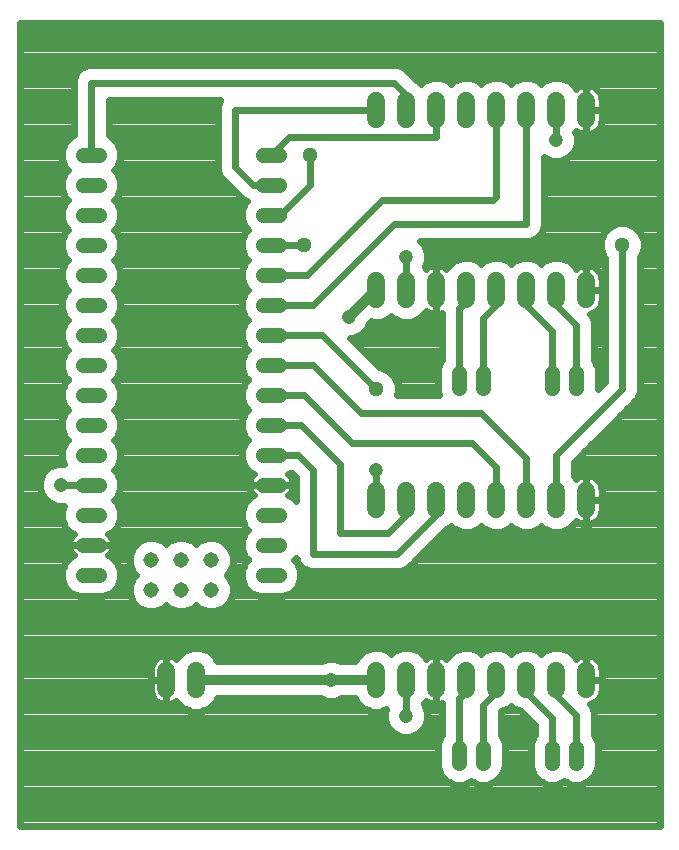
<source format=gbl>
G75*
%MOIN*%
%OFA0B0*%
%FSLAX25Y25*%
%IPPOS*%
%LPD*%
%AMOC8*
5,1,8,0,0,1.08239X$1,22.5*
%
%ADD10C,0.05150*%
%ADD11C,0.05150*%
%ADD12C,0.06000*%
%ADD13C,0.02400*%
%ADD14C,0.04750*%
%ADD15C,0.05100*%
%ADD16C,0.03200*%
D10*
X0040625Y0103200D02*
X0045775Y0103200D01*
X0045775Y0113200D02*
X0040625Y0113200D01*
X0040625Y0123200D02*
X0045775Y0123200D01*
X0045775Y0133200D02*
X0040625Y0133200D01*
X0040625Y0143200D02*
X0045775Y0143200D01*
X0045775Y0153200D02*
X0040625Y0153200D01*
X0040625Y0163200D02*
X0045775Y0163200D01*
X0045775Y0173200D02*
X0040625Y0173200D01*
X0040625Y0183200D02*
X0045775Y0183200D01*
X0045775Y0193200D02*
X0040625Y0193200D01*
X0040625Y0203200D02*
X0045775Y0203200D01*
X0045775Y0213200D02*
X0040625Y0213200D01*
X0040625Y0223200D02*
X0045775Y0223200D01*
X0045775Y0233200D02*
X0040625Y0233200D01*
X0040625Y0243200D02*
X0045775Y0243200D01*
X0100625Y0243200D02*
X0105775Y0243200D01*
X0105775Y0233200D02*
X0100625Y0233200D01*
X0100625Y0223200D02*
X0105775Y0223200D01*
X0105775Y0213200D02*
X0100625Y0213200D01*
X0100625Y0203200D02*
X0105775Y0203200D01*
X0105775Y0193200D02*
X0100625Y0193200D01*
X0100625Y0183200D02*
X0105775Y0183200D01*
X0105775Y0173200D02*
X0100625Y0173200D01*
X0100625Y0163200D02*
X0105775Y0163200D01*
X0105775Y0153200D02*
X0100625Y0153200D01*
X0100625Y0143200D02*
X0105775Y0143200D01*
X0105775Y0133200D02*
X0100625Y0133200D01*
X0100625Y0123200D02*
X0105775Y0123200D01*
X0105775Y0113200D02*
X0100625Y0113200D01*
X0100625Y0103200D02*
X0105775Y0103200D01*
X0165968Y0045588D02*
X0165968Y0040438D01*
X0173842Y0040438D02*
X0173842Y0045588D01*
X0196968Y0045588D02*
X0196968Y0040438D01*
X0204842Y0040438D02*
X0204842Y0045588D01*
X0204842Y0165438D02*
X0204842Y0170588D01*
X0196968Y0170588D02*
X0196968Y0165438D01*
X0173842Y0165438D02*
X0173842Y0170588D01*
X0165968Y0170588D02*
X0165968Y0165438D01*
D11*
X0083200Y0108200D03*
X0073200Y0108200D03*
X0073200Y0098200D03*
X0083200Y0098200D03*
X0063200Y0098200D03*
X0063200Y0108200D03*
D12*
X0068200Y0071200D02*
X0068200Y0065200D01*
X0078200Y0065200D02*
X0078200Y0071200D01*
X0138200Y0071200D02*
X0138200Y0065200D01*
X0148200Y0065200D02*
X0148200Y0071200D01*
X0158200Y0071200D02*
X0158200Y0065200D01*
X0168200Y0065200D02*
X0168200Y0071200D01*
X0178200Y0071200D02*
X0178200Y0065200D01*
X0188200Y0065200D02*
X0188200Y0071200D01*
X0198200Y0071200D02*
X0198200Y0065200D01*
X0208200Y0065200D02*
X0208200Y0071200D01*
X0208200Y0125200D02*
X0208200Y0131200D01*
X0198200Y0131200D02*
X0198200Y0125200D01*
X0188200Y0125200D02*
X0188200Y0131200D01*
X0178200Y0131200D02*
X0178200Y0125200D01*
X0168200Y0125200D02*
X0168200Y0131200D01*
X0158200Y0131200D02*
X0158200Y0125200D01*
X0148200Y0125200D02*
X0148200Y0131200D01*
X0138200Y0131200D02*
X0138200Y0125200D01*
X0138200Y0195200D02*
X0138200Y0201200D01*
X0148200Y0201200D02*
X0148200Y0195200D01*
X0158200Y0195200D02*
X0158200Y0201200D01*
X0168200Y0201200D02*
X0168200Y0195200D01*
X0178200Y0195200D02*
X0178200Y0201200D01*
X0188200Y0201200D02*
X0188200Y0195200D01*
X0198200Y0195200D02*
X0198200Y0201200D01*
X0208200Y0201200D02*
X0208200Y0195200D01*
X0208200Y0255200D02*
X0208200Y0261200D01*
X0198200Y0261200D02*
X0198200Y0255200D01*
X0188200Y0255200D02*
X0188200Y0261200D01*
X0178200Y0261200D02*
X0178200Y0255200D01*
X0168200Y0255200D02*
X0168200Y0261200D01*
X0158200Y0261200D02*
X0158200Y0255200D01*
X0148200Y0255200D02*
X0148200Y0261200D01*
X0138200Y0261200D02*
X0138200Y0255200D01*
D13*
X0019400Y0286961D02*
X0019400Y0019400D01*
X0232701Y0019400D01*
X0232701Y0286961D01*
X0019400Y0286961D01*
X0019400Y0285818D02*
X0232701Y0285818D01*
X0232701Y0283420D02*
X0019400Y0283420D01*
X0019400Y0281021D02*
X0232701Y0281021D01*
X0232701Y0278623D02*
X0019400Y0278623D01*
X0019400Y0276224D02*
X0232701Y0276224D01*
X0232701Y0273826D02*
X0019400Y0273826D01*
X0019400Y0271427D02*
X0039225Y0271427D01*
X0039915Y0272117D02*
X0038283Y0270485D01*
X0037400Y0268354D01*
X0037400Y0249630D01*
X0036561Y0249282D01*
X0034543Y0247264D01*
X0033450Y0244627D01*
X0033450Y0241773D01*
X0034543Y0239136D01*
X0035478Y0238200D01*
X0034543Y0237264D01*
X0033450Y0234627D01*
X0033450Y0231773D01*
X0034543Y0229136D01*
X0035478Y0228200D01*
X0034543Y0227264D01*
X0033450Y0224627D01*
X0033450Y0221773D01*
X0034543Y0219136D01*
X0035478Y0218200D01*
X0034543Y0217264D01*
X0033450Y0214627D01*
X0033450Y0211773D01*
X0034543Y0209136D01*
X0035478Y0208200D01*
X0034543Y0207264D01*
X0033450Y0204627D01*
X0033450Y0201773D01*
X0034543Y0199136D01*
X0035478Y0198200D01*
X0034543Y0197264D01*
X0033450Y0194627D01*
X0033450Y0191773D01*
X0034543Y0189136D01*
X0035478Y0188200D01*
X0034543Y0187264D01*
X0033450Y0184627D01*
X0033450Y0181773D01*
X0034543Y0179136D01*
X0035478Y0178200D01*
X0034543Y0177264D01*
X0033450Y0174627D01*
X0033450Y0171773D01*
X0034543Y0169136D01*
X0035478Y0168200D01*
X0034543Y0167264D01*
X0033450Y0164627D01*
X0033450Y0161773D01*
X0034543Y0159136D01*
X0035478Y0158200D01*
X0034543Y0157264D01*
X0033450Y0154627D01*
X0033450Y0151773D01*
X0034543Y0149136D01*
X0035478Y0148200D01*
X0034543Y0147264D01*
X0033450Y0144627D01*
X0033450Y0141773D01*
X0034112Y0140175D01*
X0031813Y0140175D01*
X0029249Y0139113D01*
X0027287Y0137151D01*
X0026225Y0134587D01*
X0026225Y0131813D01*
X0027287Y0129249D01*
X0029249Y0127287D01*
X0031813Y0126225D01*
X0034112Y0126225D01*
X0033450Y0124627D01*
X0033450Y0121773D01*
X0034543Y0119136D01*
X0036561Y0117117D01*
X0037430Y0116757D01*
X0036983Y0116311D01*
X0036541Y0115703D01*
X0036200Y0115033D01*
X0035968Y0114318D01*
X0035850Y0113576D01*
X0035850Y0113200D01*
X0043200Y0113200D01*
X0050550Y0113200D01*
X0050550Y0113576D01*
X0050432Y0114318D01*
X0050200Y0115033D01*
X0049859Y0115703D01*
X0049417Y0116311D01*
X0048970Y0116757D01*
X0049839Y0117117D01*
X0051857Y0119136D01*
X0052950Y0121773D01*
X0052950Y0124627D01*
X0051857Y0127264D01*
X0050921Y0128200D01*
X0051857Y0129136D01*
X0052950Y0131773D01*
X0052950Y0134627D01*
X0051857Y0137264D01*
X0050921Y0138200D01*
X0051857Y0139136D01*
X0052950Y0141773D01*
X0052950Y0144627D01*
X0051857Y0147264D01*
X0050921Y0148200D01*
X0051857Y0149136D01*
X0052950Y0151773D01*
X0052950Y0154627D01*
X0051857Y0157264D01*
X0050921Y0158200D01*
X0051857Y0159136D01*
X0052950Y0161773D01*
X0052950Y0164627D01*
X0051857Y0167264D01*
X0050921Y0168200D01*
X0051857Y0169136D01*
X0052950Y0171773D01*
X0052950Y0174627D01*
X0051857Y0177264D01*
X0050921Y0178200D01*
X0051857Y0179136D01*
X0052950Y0181773D01*
X0052950Y0184627D01*
X0051857Y0187264D01*
X0050921Y0188200D01*
X0051857Y0189136D01*
X0052950Y0191773D01*
X0052950Y0194627D01*
X0051857Y0197264D01*
X0050921Y0198200D01*
X0051857Y0199136D01*
X0052950Y0201773D01*
X0052950Y0204627D01*
X0051857Y0207264D01*
X0050921Y0208200D01*
X0051857Y0209136D01*
X0052950Y0211773D01*
X0052950Y0214627D01*
X0051857Y0217264D01*
X0050921Y0218200D01*
X0051857Y0219136D01*
X0052950Y0221773D01*
X0052950Y0224627D01*
X0051857Y0227264D01*
X0050921Y0228200D01*
X0051857Y0229136D01*
X0052950Y0231773D01*
X0052950Y0234627D01*
X0051857Y0237264D01*
X0050921Y0238200D01*
X0051857Y0239136D01*
X0052950Y0241773D01*
X0052950Y0244627D01*
X0051857Y0247264D01*
X0049839Y0249282D01*
X0049000Y0249630D01*
X0049000Y0261400D01*
X0086248Y0261400D01*
X0085400Y0259354D01*
X0085400Y0238046D01*
X0086283Y0235915D01*
X0087915Y0234283D01*
X0093915Y0228283D01*
X0095079Y0227801D01*
X0094543Y0227264D01*
X0093450Y0224627D01*
X0093450Y0221773D01*
X0094543Y0219136D01*
X0095478Y0218200D01*
X0094543Y0217264D01*
X0093450Y0214627D01*
X0093450Y0211773D01*
X0094543Y0209136D01*
X0095478Y0208200D01*
X0094543Y0207264D01*
X0093450Y0204627D01*
X0093450Y0201773D01*
X0094543Y0199136D01*
X0095478Y0198200D01*
X0094543Y0197264D01*
X0093450Y0194627D01*
X0093450Y0191773D01*
X0094543Y0189136D01*
X0095478Y0188200D01*
X0094543Y0187264D01*
X0093450Y0184627D01*
X0093450Y0181773D01*
X0094543Y0179136D01*
X0095478Y0178200D01*
X0094543Y0177264D01*
X0093450Y0174627D01*
X0093450Y0171773D01*
X0094543Y0169136D01*
X0095478Y0168200D01*
X0094543Y0167264D01*
X0093450Y0164627D01*
X0093450Y0161773D01*
X0094543Y0159136D01*
X0095478Y0158200D01*
X0094543Y0157264D01*
X0093450Y0154627D01*
X0093450Y0151773D01*
X0094543Y0149136D01*
X0095478Y0148200D01*
X0094543Y0147264D01*
X0093450Y0144627D01*
X0093450Y0141773D01*
X0094543Y0139136D01*
X0096561Y0137117D01*
X0097430Y0136757D01*
X0096983Y0136311D01*
X0096541Y0135703D01*
X0096200Y0135033D01*
X0095968Y0134318D01*
X0095850Y0133576D01*
X0095850Y0133200D01*
X0103200Y0133200D01*
X0110550Y0133200D01*
X0110550Y0133576D01*
X0110432Y0134318D01*
X0110200Y0135033D01*
X0109859Y0135703D01*
X0109417Y0136311D01*
X0108970Y0136757D01*
X0109839Y0137117D01*
X0109960Y0137238D01*
X0111400Y0135798D01*
X0111400Y0127721D01*
X0109839Y0129282D01*
X0108970Y0129642D01*
X0109417Y0130089D01*
X0109859Y0130697D01*
X0110200Y0131367D01*
X0110432Y0132082D01*
X0110550Y0132824D01*
X0110550Y0133200D01*
X0103200Y0133200D01*
X0103200Y0133200D01*
X0103200Y0133200D01*
X0095850Y0133200D01*
X0095850Y0132824D01*
X0095968Y0132082D01*
X0096200Y0131367D01*
X0096541Y0130697D01*
X0096983Y0130089D01*
X0097430Y0129642D01*
X0096561Y0129282D01*
X0094543Y0127264D01*
X0093450Y0124627D01*
X0093450Y0121773D01*
X0094543Y0119136D01*
X0095478Y0118200D01*
X0094543Y0117264D01*
X0093450Y0114627D01*
X0093450Y0111773D01*
X0094543Y0109136D01*
X0095478Y0108200D01*
X0094543Y0107264D01*
X0093450Y0104627D01*
X0093450Y0101773D01*
X0094543Y0099136D01*
X0096561Y0097117D01*
X0099198Y0096025D01*
X0107202Y0096025D01*
X0109839Y0097117D01*
X0111857Y0099136D01*
X0112950Y0101773D01*
X0112950Y0104627D01*
X0111857Y0107264D01*
X0110921Y0108200D01*
X0111508Y0108786D01*
X0112283Y0106915D01*
X0113915Y0105283D01*
X0116046Y0104400D01*
X0146354Y0104400D01*
X0148485Y0105283D01*
X0150117Y0106915D01*
X0161574Y0118371D01*
X0162505Y0118757D01*
X0163200Y0119452D01*
X0163895Y0118757D01*
X0166688Y0117600D01*
X0169712Y0117600D01*
X0172505Y0118757D01*
X0173200Y0119452D01*
X0173895Y0118757D01*
X0176688Y0117600D01*
X0179712Y0117600D01*
X0182505Y0118757D01*
X0183200Y0119452D01*
X0183895Y0118757D01*
X0186688Y0117600D01*
X0189712Y0117600D01*
X0192505Y0118757D01*
X0193200Y0119452D01*
X0193895Y0118757D01*
X0196688Y0117600D01*
X0199712Y0117600D01*
X0202505Y0118757D01*
X0204643Y0120895D01*
X0204792Y0121254D01*
X0204812Y0121234D01*
X0205475Y0120753D01*
X0206204Y0120381D01*
X0206982Y0120128D01*
X0207791Y0120000D01*
X0208200Y0120000D01*
X0208609Y0120000D01*
X0209418Y0120128D01*
X0210196Y0120381D01*
X0210925Y0120753D01*
X0211588Y0121234D01*
X0212166Y0121812D01*
X0212647Y0122475D01*
X0213019Y0123204D01*
X0213272Y0123982D01*
X0213400Y0124791D01*
X0213400Y0128200D01*
X0213400Y0131609D01*
X0213272Y0132418D01*
X0213019Y0133196D01*
X0212647Y0133925D01*
X0212166Y0134588D01*
X0211588Y0135166D01*
X0210925Y0135647D01*
X0210196Y0136019D01*
X0209418Y0136272D01*
X0208609Y0136400D01*
X0208200Y0136400D01*
X0208200Y0128200D01*
X0208200Y0128200D01*
X0213400Y0128200D01*
X0208200Y0128200D01*
X0208200Y0128200D01*
X0208200Y0136400D01*
X0207791Y0136400D01*
X0206982Y0136272D01*
X0206204Y0136019D01*
X0205475Y0135647D01*
X0204812Y0135166D01*
X0204792Y0135146D01*
X0204643Y0135505D01*
X0204000Y0136148D01*
X0204000Y0140798D01*
X0225117Y0161915D01*
X0226000Y0164046D01*
X0226000Y0166354D01*
X0226000Y0208888D01*
X0226261Y0209150D01*
X0227350Y0211778D01*
X0227350Y0214622D01*
X0226261Y0217250D01*
X0224250Y0219261D01*
X0221622Y0220350D01*
X0218778Y0220350D01*
X0216150Y0219261D01*
X0214139Y0217250D01*
X0213050Y0214622D01*
X0213050Y0211778D01*
X0214139Y0209150D01*
X0214400Y0208888D01*
X0214400Y0167602D01*
X0212017Y0165219D01*
X0212017Y0172015D01*
X0210924Y0174652D01*
X0210642Y0174934D01*
X0210642Y0187712D01*
X0209759Y0189844D01*
X0209460Y0190142D01*
X0210196Y0190381D01*
X0210925Y0190753D01*
X0211588Y0191234D01*
X0212166Y0191812D01*
X0212647Y0192475D01*
X0213019Y0193204D01*
X0213272Y0193982D01*
X0213400Y0194791D01*
X0213400Y0198200D01*
X0213400Y0201609D01*
X0213272Y0202418D01*
X0213019Y0203196D01*
X0212647Y0203925D01*
X0212166Y0204588D01*
X0211588Y0205166D01*
X0210925Y0205647D01*
X0210196Y0206019D01*
X0209418Y0206272D01*
X0208609Y0206400D01*
X0208200Y0206400D01*
X0208200Y0198200D01*
X0208200Y0198200D01*
X0213400Y0198200D01*
X0208200Y0198200D01*
X0208200Y0198200D01*
X0208200Y0206400D01*
X0207791Y0206400D01*
X0206982Y0206272D01*
X0206204Y0206019D01*
X0205475Y0205647D01*
X0204812Y0205166D01*
X0204792Y0205146D01*
X0204643Y0205505D01*
X0202505Y0207643D01*
X0199712Y0208800D01*
X0196688Y0208800D01*
X0193895Y0207643D01*
X0193200Y0206948D01*
X0192505Y0207643D01*
X0189712Y0208800D01*
X0186688Y0208800D01*
X0183895Y0207643D01*
X0183200Y0206948D01*
X0182505Y0207643D01*
X0179712Y0208800D01*
X0176688Y0208800D01*
X0173895Y0207643D01*
X0173200Y0206948D01*
X0172505Y0207643D01*
X0169712Y0208800D01*
X0166688Y0208800D01*
X0163895Y0207643D01*
X0161757Y0205505D01*
X0161608Y0205146D01*
X0161588Y0205166D01*
X0160925Y0205647D01*
X0160196Y0206019D01*
X0159418Y0206272D01*
X0158609Y0206400D01*
X0158200Y0206400D01*
X0158200Y0198200D01*
X0158200Y0198200D01*
X0158200Y0206400D01*
X0157791Y0206400D01*
X0156982Y0206272D01*
X0156204Y0206019D01*
X0155475Y0205647D01*
X0154812Y0205166D01*
X0154792Y0205146D01*
X0154643Y0205505D01*
X0154343Y0205805D01*
X0155175Y0207813D01*
X0155175Y0210587D01*
X0154113Y0213151D01*
X0152864Y0214400D01*
X0189354Y0214400D01*
X0191485Y0215283D01*
X0193117Y0216915D01*
X0194000Y0219046D01*
X0194000Y0242536D01*
X0194249Y0242287D01*
X0196813Y0241225D01*
X0199587Y0241225D01*
X0202151Y0242287D01*
X0204113Y0244249D01*
X0205175Y0246813D01*
X0205175Y0249587D01*
X0204636Y0250888D01*
X0204643Y0250895D01*
X0204792Y0251254D01*
X0204812Y0251234D01*
X0205475Y0250753D01*
X0206204Y0250381D01*
X0206982Y0250128D01*
X0207791Y0250000D01*
X0208200Y0250000D01*
X0208609Y0250000D01*
X0209418Y0250128D01*
X0210196Y0250381D01*
X0210925Y0250753D01*
X0211588Y0251234D01*
X0212166Y0251812D01*
X0212647Y0252475D01*
X0213019Y0253204D01*
X0213272Y0253982D01*
X0213400Y0254791D01*
X0213400Y0258200D01*
X0213400Y0261609D01*
X0213272Y0262418D01*
X0213019Y0263196D01*
X0212647Y0263925D01*
X0212166Y0264588D01*
X0211588Y0265166D01*
X0210925Y0265647D01*
X0210196Y0266019D01*
X0209418Y0266272D01*
X0208609Y0266400D01*
X0208200Y0266400D01*
X0208200Y0258200D01*
X0208200Y0258200D01*
X0213400Y0258200D01*
X0208200Y0258200D01*
X0208200Y0258200D01*
X0208200Y0266400D01*
X0207791Y0266400D01*
X0206982Y0266272D01*
X0206204Y0266019D01*
X0205475Y0265647D01*
X0204812Y0265166D01*
X0204792Y0265146D01*
X0204643Y0265505D01*
X0202505Y0267643D01*
X0199712Y0268800D01*
X0196688Y0268800D01*
X0193895Y0267643D01*
X0193200Y0266948D01*
X0192505Y0267643D01*
X0189712Y0268800D01*
X0186688Y0268800D01*
X0183895Y0267643D01*
X0183200Y0266948D01*
X0182505Y0267643D01*
X0179712Y0268800D01*
X0176688Y0268800D01*
X0173895Y0267643D01*
X0173200Y0266948D01*
X0172505Y0267643D01*
X0169712Y0268800D01*
X0166688Y0268800D01*
X0163895Y0267643D01*
X0163200Y0266948D01*
X0162505Y0267643D01*
X0159712Y0268800D01*
X0156688Y0268800D01*
X0153895Y0267643D01*
X0153200Y0266948D01*
X0152505Y0267643D01*
X0151574Y0268029D01*
X0151485Y0268117D01*
X0149117Y0270485D01*
X0147485Y0272117D01*
X0145354Y0273000D01*
X0042046Y0273000D01*
X0039915Y0272117D01*
X0037680Y0269029D02*
X0019400Y0269029D01*
X0019400Y0266630D02*
X0037400Y0266630D01*
X0037400Y0264232D02*
X0019400Y0264232D01*
X0019400Y0261833D02*
X0037400Y0261833D01*
X0037400Y0259435D02*
X0019400Y0259435D01*
X0019400Y0257036D02*
X0037400Y0257036D01*
X0037400Y0254638D02*
X0019400Y0254638D01*
X0019400Y0252239D02*
X0037400Y0252239D01*
X0037400Y0249841D02*
X0019400Y0249841D01*
X0019400Y0247442D02*
X0034721Y0247442D01*
X0033623Y0245044D02*
X0019400Y0245044D01*
X0019400Y0242645D02*
X0033450Y0242645D01*
X0034083Y0240247D02*
X0019400Y0240247D01*
X0019400Y0237848D02*
X0035127Y0237848D01*
X0033791Y0235450D02*
X0019400Y0235450D01*
X0019400Y0233051D02*
X0033450Y0233051D01*
X0033914Y0230653D02*
X0019400Y0230653D01*
X0019400Y0228254D02*
X0035424Y0228254D01*
X0033959Y0225856D02*
X0019400Y0225856D01*
X0019400Y0223457D02*
X0033450Y0223457D01*
X0033746Y0221059D02*
X0019400Y0221059D01*
X0019400Y0218660D02*
X0035018Y0218660D01*
X0034127Y0216262D02*
X0019400Y0216262D01*
X0019400Y0213863D02*
X0033450Y0213863D01*
X0033578Y0211465D02*
X0019400Y0211465D01*
X0019400Y0209066D02*
X0034612Y0209066D01*
X0034296Y0206668D02*
X0019400Y0206668D01*
X0019400Y0204269D02*
X0033450Y0204269D01*
X0033450Y0201870D02*
X0019400Y0201870D01*
X0019400Y0199472D02*
X0034403Y0199472D01*
X0034464Y0197073D02*
X0019400Y0197073D01*
X0019400Y0194675D02*
X0033470Y0194675D01*
X0033450Y0192276D02*
X0019400Y0192276D01*
X0019400Y0189878D02*
X0034235Y0189878D01*
X0034758Y0187479D02*
X0019400Y0187479D01*
X0019400Y0185081D02*
X0033638Y0185081D01*
X0033450Y0182682D02*
X0019400Y0182682D01*
X0019400Y0180284D02*
X0034067Y0180284D01*
X0035164Y0177885D02*
X0019400Y0177885D01*
X0019400Y0175487D02*
X0033806Y0175487D01*
X0033450Y0173088D02*
X0019400Y0173088D01*
X0019400Y0170690D02*
X0033899Y0170690D01*
X0035387Y0168291D02*
X0019400Y0168291D01*
X0019400Y0165893D02*
X0033975Y0165893D01*
X0033450Y0163494D02*
X0019400Y0163494D01*
X0019400Y0161096D02*
X0033731Y0161096D01*
X0034981Y0158697D02*
X0019400Y0158697D01*
X0019400Y0156299D02*
X0034143Y0156299D01*
X0033450Y0153900D02*
X0019400Y0153900D01*
X0019400Y0151502D02*
X0033563Y0151502D01*
X0034575Y0149103D02*
X0019400Y0149103D01*
X0019400Y0146705D02*
X0034311Y0146705D01*
X0033450Y0144306D02*
X0019400Y0144306D01*
X0019400Y0141908D02*
X0033450Y0141908D01*
X0030206Y0139509D02*
X0019400Y0139509D01*
X0019400Y0137111D02*
X0027270Y0137111D01*
X0026277Y0134712D02*
X0019400Y0134712D01*
X0019400Y0132314D02*
X0026225Y0132314D01*
X0027011Y0129915D02*
X0019400Y0129915D01*
X0019400Y0127517D02*
X0029020Y0127517D01*
X0033654Y0125118D02*
X0019400Y0125118D01*
X0019400Y0122720D02*
X0033450Y0122720D01*
X0034052Y0120321D02*
X0019400Y0120321D01*
X0019400Y0117923D02*
X0035756Y0117923D01*
X0036450Y0115524D02*
X0019400Y0115524D01*
X0019400Y0113126D02*
X0035850Y0113126D01*
X0035850Y0113200D02*
X0035850Y0112824D01*
X0035968Y0112082D01*
X0036200Y0111367D01*
X0036541Y0110697D01*
X0036983Y0110089D01*
X0037430Y0109642D01*
X0036561Y0109282D01*
X0034543Y0107264D01*
X0033450Y0104627D01*
X0033450Y0101773D01*
X0034543Y0099136D01*
X0036561Y0097117D01*
X0039198Y0096025D01*
X0047202Y0096025D01*
X0049839Y0097117D01*
X0051857Y0099136D01*
X0052950Y0101773D01*
X0052950Y0104627D01*
X0051857Y0107264D01*
X0049839Y0109282D01*
X0048970Y0109642D01*
X0049417Y0110089D01*
X0049859Y0110697D01*
X0050200Y0111367D01*
X0050432Y0112082D01*
X0050550Y0112824D01*
X0050550Y0113200D01*
X0043200Y0113200D01*
X0043200Y0113200D01*
X0043200Y0113200D01*
X0035850Y0113200D01*
X0036526Y0110727D02*
X0019400Y0110727D01*
X0019400Y0108329D02*
X0035607Y0108329D01*
X0033990Y0105930D02*
X0019400Y0105930D01*
X0019400Y0103532D02*
X0033450Y0103532D01*
X0033715Y0101133D02*
X0019400Y0101133D01*
X0019400Y0098734D02*
X0034944Y0098734D01*
X0038448Y0096336D02*
X0019400Y0096336D01*
X0019400Y0093937D02*
X0057316Y0093937D01*
X0057117Y0094136D02*
X0059136Y0092117D01*
X0061773Y0091025D01*
X0064627Y0091025D01*
X0067264Y0092117D01*
X0068200Y0093053D01*
X0069136Y0092117D01*
X0071773Y0091025D01*
X0074627Y0091025D01*
X0077264Y0092117D01*
X0078200Y0093053D01*
X0079136Y0092117D01*
X0081773Y0091025D01*
X0084627Y0091025D01*
X0087264Y0092117D01*
X0089282Y0094136D01*
X0090375Y0096773D01*
X0090375Y0099627D01*
X0089282Y0102264D01*
X0088347Y0103200D01*
X0089282Y0104136D01*
X0090375Y0106773D01*
X0090375Y0109627D01*
X0089282Y0112264D01*
X0087264Y0114282D01*
X0084627Y0115375D01*
X0081773Y0115375D01*
X0079136Y0114282D01*
X0078200Y0113347D01*
X0077264Y0114282D01*
X0074627Y0115375D01*
X0071773Y0115375D01*
X0069136Y0114282D01*
X0068200Y0113347D01*
X0067264Y0114282D01*
X0064627Y0115375D01*
X0061773Y0115375D01*
X0059136Y0114282D01*
X0057117Y0112264D01*
X0056025Y0109627D01*
X0056025Y0106773D01*
X0057117Y0104136D01*
X0058053Y0103200D01*
X0057117Y0102264D01*
X0056025Y0099627D01*
X0056025Y0096773D01*
X0057117Y0094136D01*
X0056206Y0096336D02*
X0047952Y0096336D01*
X0051456Y0098734D02*
X0056025Y0098734D01*
X0056649Y0101133D02*
X0052685Y0101133D01*
X0052950Y0103532D02*
X0057722Y0103532D01*
X0056374Y0105930D02*
X0052410Y0105930D01*
X0050793Y0108329D02*
X0056025Y0108329D01*
X0056481Y0110727D02*
X0049874Y0110727D01*
X0050550Y0113126D02*
X0057979Y0113126D01*
X0049950Y0115524D02*
X0093822Y0115524D01*
X0093450Y0113126D02*
X0088421Y0113126D01*
X0089919Y0110727D02*
X0093884Y0110727D01*
X0095350Y0108329D02*
X0090375Y0108329D01*
X0090026Y0105930D02*
X0093990Y0105930D01*
X0093450Y0103532D02*
X0088678Y0103532D01*
X0089751Y0101133D02*
X0093715Y0101133D01*
X0094944Y0098734D02*
X0090375Y0098734D01*
X0090194Y0096336D02*
X0098448Y0096336D01*
X0089084Y0093937D02*
X0232701Y0093937D01*
X0232701Y0091539D02*
X0085867Y0091539D01*
X0080532Y0091539D02*
X0075867Y0091539D01*
X0070532Y0091539D02*
X0065867Y0091539D01*
X0060532Y0091539D02*
X0019400Y0091539D01*
X0019400Y0089140D02*
X0232701Y0089140D01*
X0232701Y0086742D02*
X0019400Y0086742D01*
X0019400Y0084343D02*
X0232701Y0084343D01*
X0232701Y0081945D02*
X0019400Y0081945D01*
X0019400Y0079546D02*
X0232701Y0079546D01*
X0232701Y0077148D02*
X0203000Y0077148D01*
X0202505Y0077643D02*
X0199712Y0078800D01*
X0196688Y0078800D01*
X0193895Y0077643D01*
X0193200Y0076948D01*
X0192505Y0077643D01*
X0189712Y0078800D01*
X0186688Y0078800D01*
X0183895Y0077643D01*
X0183200Y0076948D01*
X0182505Y0077643D01*
X0179712Y0078800D01*
X0176688Y0078800D01*
X0173895Y0077643D01*
X0173200Y0076948D01*
X0172505Y0077643D01*
X0169712Y0078800D01*
X0166688Y0078800D01*
X0163895Y0077643D01*
X0161757Y0075505D01*
X0161608Y0075146D01*
X0161588Y0075166D01*
X0160925Y0075647D01*
X0160196Y0076019D01*
X0159418Y0076272D01*
X0158609Y0076400D01*
X0158200Y0076400D01*
X0158200Y0068200D01*
X0158200Y0068200D01*
X0158200Y0060000D01*
X0158609Y0060000D01*
X0159418Y0060128D01*
X0160168Y0060372D01*
X0160168Y0049934D01*
X0159885Y0049652D01*
X0158793Y0047015D01*
X0158793Y0039011D01*
X0159885Y0036374D01*
X0161904Y0034356D01*
X0164541Y0033263D01*
X0167395Y0033263D01*
X0169905Y0034303D01*
X0172415Y0033263D01*
X0175269Y0033263D01*
X0177906Y0034356D01*
X0179924Y0036374D01*
X0181017Y0039011D01*
X0181017Y0047015D01*
X0179924Y0049652D01*
X0179642Y0049934D01*
X0179642Y0057439D01*
X0179867Y0057664D01*
X0182505Y0058757D01*
X0183200Y0059452D01*
X0183895Y0058757D01*
X0186533Y0057664D01*
X0191168Y0053030D01*
X0191168Y0049934D01*
X0190885Y0049652D01*
X0189793Y0047015D01*
X0189793Y0039011D01*
X0190885Y0036374D01*
X0192904Y0034356D01*
X0195541Y0033263D01*
X0198395Y0033263D01*
X0200905Y0034303D01*
X0203415Y0033263D01*
X0206269Y0033263D01*
X0208906Y0034356D01*
X0210924Y0036374D01*
X0212017Y0039011D01*
X0212017Y0047015D01*
X0210924Y0049652D01*
X0210642Y0049934D01*
X0210642Y0057712D01*
X0209759Y0059844D01*
X0209460Y0060142D01*
X0210196Y0060381D01*
X0210925Y0060753D01*
X0211588Y0061234D01*
X0212166Y0061812D01*
X0212647Y0062475D01*
X0213019Y0063204D01*
X0213272Y0063982D01*
X0213400Y0064791D01*
X0213400Y0068200D01*
X0213400Y0071609D01*
X0213272Y0072418D01*
X0213019Y0073196D01*
X0212647Y0073925D01*
X0212166Y0074588D01*
X0211588Y0075166D01*
X0210925Y0075647D01*
X0210196Y0076019D01*
X0209418Y0076272D01*
X0208609Y0076400D01*
X0208200Y0076400D01*
X0208200Y0068200D01*
X0208200Y0068200D01*
X0213400Y0068200D01*
X0208200Y0068200D01*
X0208200Y0068200D01*
X0208200Y0076400D01*
X0207791Y0076400D01*
X0206982Y0076272D01*
X0206204Y0076019D01*
X0205475Y0075647D01*
X0204812Y0075166D01*
X0204792Y0075146D01*
X0204643Y0075505D01*
X0202505Y0077643D01*
X0208200Y0074749D02*
X0208200Y0074749D01*
X0208200Y0072351D02*
X0208200Y0072351D01*
X0208200Y0069952D02*
X0208200Y0069952D01*
X0213400Y0069952D02*
X0232701Y0069952D01*
X0232701Y0067554D02*
X0213400Y0067554D01*
X0213400Y0065155D02*
X0232701Y0065155D01*
X0232701Y0062757D02*
X0212791Y0062757D01*
X0210126Y0060358D02*
X0232701Y0060358D01*
X0232701Y0057960D02*
X0210539Y0057960D01*
X0210642Y0055561D02*
X0232701Y0055561D01*
X0232701Y0053163D02*
X0210642Y0053163D01*
X0210642Y0050764D02*
X0232701Y0050764D01*
X0232701Y0048366D02*
X0211457Y0048366D01*
X0212017Y0045967D02*
X0232701Y0045967D01*
X0232701Y0043569D02*
X0212017Y0043569D01*
X0212017Y0041170D02*
X0232701Y0041170D01*
X0232701Y0038772D02*
X0211917Y0038772D01*
X0210923Y0036373D02*
X0232701Y0036373D01*
X0232701Y0033975D02*
X0207986Y0033975D01*
X0201697Y0033975D02*
X0200112Y0033975D01*
X0193823Y0033975D02*
X0176986Y0033975D01*
X0179923Y0036373D02*
X0190886Y0036373D01*
X0189892Y0038772D02*
X0180917Y0038772D01*
X0181017Y0041170D02*
X0189793Y0041170D01*
X0189793Y0043569D02*
X0181017Y0043569D01*
X0181017Y0045967D02*
X0189793Y0045967D01*
X0190352Y0048366D02*
X0180457Y0048366D01*
X0179642Y0050764D02*
X0191168Y0050764D01*
X0191035Y0053163D02*
X0179642Y0053163D01*
X0179642Y0055561D02*
X0188636Y0055561D01*
X0185820Y0057960D02*
X0180580Y0057960D01*
X0178200Y0064200D02*
X0178200Y0068200D01*
X0178200Y0064200D02*
X0173842Y0059842D01*
X0173842Y0043013D01*
X0170697Y0033975D02*
X0169112Y0033975D01*
X0165968Y0043013D02*
X0165968Y0061968D01*
X0168200Y0064200D01*
X0168200Y0068200D01*
X0173000Y0077148D02*
X0173400Y0077148D01*
X0183000Y0077148D02*
X0183400Y0077148D01*
X0193000Y0077148D02*
X0193400Y0077148D01*
X0198200Y0068200D02*
X0198200Y0063200D01*
X0204842Y0056558D01*
X0204842Y0043013D01*
X0196968Y0043013D02*
X0196968Y0055432D01*
X0188200Y0064200D01*
X0188200Y0068200D01*
X0212005Y0074749D02*
X0232701Y0074749D01*
X0232701Y0072351D02*
X0213283Y0072351D01*
X0232701Y0096336D02*
X0107952Y0096336D01*
X0111456Y0098734D02*
X0232701Y0098734D01*
X0232701Y0101133D02*
X0112685Y0101133D01*
X0112950Y0103532D02*
X0232701Y0103532D01*
X0232701Y0105930D02*
X0149132Y0105930D01*
X0150117Y0106915D02*
X0150117Y0106915D01*
X0151531Y0108329D02*
X0232701Y0108329D01*
X0232701Y0110727D02*
X0153929Y0110727D01*
X0156328Y0113126D02*
X0232701Y0113126D01*
X0232701Y0115524D02*
X0158727Y0115524D01*
X0161125Y0117923D02*
X0165909Y0117923D01*
X0170491Y0117923D02*
X0175909Y0117923D01*
X0180491Y0117923D02*
X0185909Y0117923D01*
X0190491Y0117923D02*
X0195909Y0117923D01*
X0200491Y0117923D02*
X0232701Y0117923D01*
X0232701Y0120321D02*
X0210012Y0120321D01*
X0208200Y0120321D02*
X0208200Y0120321D01*
X0208200Y0120000D02*
X0208200Y0128200D01*
X0208200Y0128200D01*
X0208200Y0120000D01*
X0206388Y0120321D02*
X0204069Y0120321D01*
X0208200Y0122720D02*
X0208200Y0122720D01*
X0208200Y0125118D02*
X0208200Y0125118D01*
X0208200Y0127517D02*
X0208200Y0127517D01*
X0208200Y0129915D02*
X0208200Y0129915D01*
X0208200Y0132314D02*
X0208200Y0132314D01*
X0208200Y0134712D02*
X0208200Y0134712D01*
X0204000Y0137111D02*
X0232701Y0137111D01*
X0232701Y0139509D02*
X0204000Y0139509D01*
X0205110Y0141908D02*
X0232701Y0141908D01*
X0232701Y0144306D02*
X0207509Y0144306D01*
X0209907Y0146705D02*
X0232701Y0146705D01*
X0232701Y0149103D02*
X0212306Y0149103D01*
X0214704Y0151502D02*
X0232701Y0151502D01*
X0232701Y0153900D02*
X0217103Y0153900D01*
X0219501Y0156299D02*
X0232701Y0156299D01*
X0232701Y0158697D02*
X0221900Y0158697D01*
X0224298Y0161096D02*
X0232701Y0161096D01*
X0232701Y0163494D02*
X0225771Y0163494D01*
X0226000Y0165893D02*
X0232701Y0165893D01*
X0232701Y0168291D02*
X0226000Y0168291D01*
X0226000Y0170690D02*
X0232701Y0170690D01*
X0232701Y0173088D02*
X0226000Y0173088D01*
X0226000Y0175487D02*
X0232701Y0175487D01*
X0232701Y0177885D02*
X0226000Y0177885D01*
X0226000Y0180284D02*
X0232701Y0180284D01*
X0232701Y0182682D02*
X0226000Y0182682D01*
X0226000Y0185081D02*
X0232701Y0185081D01*
X0232701Y0187479D02*
X0226000Y0187479D01*
X0226000Y0189878D02*
X0232701Y0189878D01*
X0232701Y0192276D02*
X0226000Y0192276D01*
X0226000Y0194675D02*
X0232701Y0194675D01*
X0232701Y0197073D02*
X0226000Y0197073D01*
X0226000Y0199472D02*
X0232701Y0199472D01*
X0232701Y0201870D02*
X0226000Y0201870D01*
X0226000Y0204269D02*
X0232701Y0204269D01*
X0232701Y0206668D02*
X0226000Y0206668D01*
X0226178Y0209066D02*
X0232701Y0209066D01*
X0232701Y0211465D02*
X0227220Y0211465D01*
X0227350Y0213863D02*
X0232701Y0213863D01*
X0232701Y0216262D02*
X0226671Y0216262D01*
X0224852Y0218660D02*
X0232701Y0218660D01*
X0232701Y0221059D02*
X0194000Y0221059D01*
X0194000Y0223457D02*
X0232701Y0223457D01*
X0232701Y0225856D02*
X0194000Y0225856D01*
X0194000Y0228254D02*
X0232701Y0228254D01*
X0232701Y0230653D02*
X0194000Y0230653D01*
X0194000Y0233051D02*
X0232701Y0233051D01*
X0232701Y0235450D02*
X0194000Y0235450D01*
X0194000Y0237848D02*
X0232701Y0237848D01*
X0232701Y0240247D02*
X0194000Y0240247D01*
X0198200Y0248200D02*
X0198200Y0258200D01*
X0203518Y0266630D02*
X0232701Y0266630D01*
X0232701Y0264232D02*
X0212425Y0264232D01*
X0213365Y0261833D02*
X0232701Y0261833D01*
X0232701Y0259435D02*
X0213400Y0259435D01*
X0213400Y0257036D02*
X0232701Y0257036D01*
X0232701Y0254638D02*
X0213376Y0254638D01*
X0212476Y0252239D02*
X0232701Y0252239D01*
X0232701Y0249841D02*
X0205070Y0249841D01*
X0205175Y0247442D02*
X0232701Y0247442D01*
X0232701Y0245044D02*
X0204442Y0245044D01*
X0202509Y0242645D02*
X0232701Y0242645D01*
X0215548Y0218660D02*
X0193840Y0218660D01*
X0192464Y0216262D02*
X0213729Y0216262D01*
X0213050Y0213863D02*
X0153401Y0213863D01*
X0154811Y0211465D02*
X0213180Y0211465D01*
X0214222Y0209066D02*
X0155175Y0209066D01*
X0154700Y0206668D02*
X0162919Y0206668D01*
X0158200Y0204269D02*
X0158200Y0204269D01*
X0158200Y0201870D02*
X0158200Y0201870D01*
X0158200Y0199472D02*
X0158200Y0199472D01*
X0158200Y0198200D02*
X0158200Y0190000D01*
X0158609Y0190000D01*
X0159418Y0190128D01*
X0160168Y0190372D01*
X0160168Y0174934D01*
X0159885Y0174652D01*
X0158793Y0172015D01*
X0158793Y0164011D01*
X0159212Y0163000D01*
X0145028Y0163000D01*
X0145350Y0163778D01*
X0145350Y0166622D01*
X0144261Y0169250D01*
X0142250Y0171261D01*
X0139622Y0172350D01*
X0139252Y0172350D01*
X0129377Y0182225D01*
X0130587Y0182225D01*
X0133151Y0183287D01*
X0135113Y0185249D01*
X0135888Y0187120D01*
X0136462Y0187694D01*
X0136688Y0187600D01*
X0139712Y0187600D01*
X0142505Y0188757D01*
X0143200Y0189452D01*
X0143895Y0188757D01*
X0146688Y0187600D01*
X0149712Y0187600D01*
X0152505Y0188757D01*
X0154643Y0190895D01*
X0154792Y0191254D01*
X0154812Y0191234D01*
X0155475Y0190753D01*
X0156204Y0190381D01*
X0156982Y0190128D01*
X0157791Y0190000D01*
X0158200Y0190000D01*
X0158200Y0198200D01*
X0158200Y0198200D01*
X0158200Y0197073D02*
X0158200Y0197073D01*
X0158200Y0194675D02*
X0158200Y0194675D01*
X0158200Y0192276D02*
X0158200Y0192276D01*
X0160168Y0189878D02*
X0153626Y0189878D01*
X0160168Y0187479D02*
X0136248Y0187479D01*
X0134945Y0185081D02*
X0160168Y0185081D01*
X0160168Y0182682D02*
X0131691Y0182682D01*
X0131319Y0180284D02*
X0160168Y0180284D01*
X0160168Y0177885D02*
X0133717Y0177885D01*
X0136116Y0175487D02*
X0160168Y0175487D01*
X0159238Y0173088D02*
X0138514Y0173088D01*
X0142822Y0170690D02*
X0158793Y0170690D01*
X0158793Y0168291D02*
X0144659Y0168291D01*
X0145350Y0165893D02*
X0158793Y0165893D01*
X0159007Y0163494D02*
X0145233Y0163494D01*
X0138200Y0165200D02*
X0120200Y0183200D01*
X0103200Y0183200D01*
X0094758Y0187479D02*
X0051642Y0187479D01*
X0052165Y0189878D02*
X0094235Y0189878D01*
X0093450Y0192276D02*
X0052950Y0192276D01*
X0052930Y0194675D02*
X0093470Y0194675D01*
X0094464Y0197073D02*
X0051936Y0197073D01*
X0051997Y0199472D02*
X0094403Y0199472D01*
X0093450Y0201870D02*
X0052950Y0201870D01*
X0052950Y0204269D02*
X0093450Y0204269D01*
X0094296Y0206668D02*
X0052104Y0206668D01*
X0051788Y0209066D02*
X0094612Y0209066D01*
X0093578Y0211465D02*
X0052822Y0211465D01*
X0052950Y0213863D02*
X0093450Y0213863D01*
X0094127Y0216262D02*
X0052273Y0216262D01*
X0051382Y0218660D02*
X0095018Y0218660D01*
X0093746Y0221059D02*
X0052654Y0221059D01*
X0052950Y0223457D02*
X0093450Y0223457D01*
X0093959Y0225856D02*
X0052441Y0225856D01*
X0050976Y0228254D02*
X0093984Y0228254D01*
X0091545Y0230653D02*
X0052486Y0230653D01*
X0052950Y0233051D02*
X0089146Y0233051D01*
X0086748Y0235450D02*
X0052609Y0235450D01*
X0051273Y0237848D02*
X0085482Y0237848D01*
X0085400Y0240247D02*
X0052317Y0240247D01*
X0052950Y0242645D02*
X0085400Y0242645D01*
X0085400Y0245044D02*
X0052777Y0245044D01*
X0051679Y0247442D02*
X0085400Y0247442D01*
X0085400Y0249841D02*
X0049000Y0249841D01*
X0049000Y0252239D02*
X0085400Y0252239D01*
X0085400Y0254638D02*
X0049000Y0254638D01*
X0049000Y0257036D02*
X0085400Y0257036D01*
X0085434Y0259435D02*
X0049000Y0259435D01*
X0043200Y0267200D02*
X0144200Y0267200D01*
X0148200Y0263200D01*
X0148200Y0258200D01*
X0158200Y0258200D02*
X0158200Y0249200D01*
X0109200Y0249200D01*
X0103200Y0243200D01*
X0103200Y0233200D02*
X0097200Y0233200D01*
X0091200Y0239200D01*
X0091200Y0258200D01*
X0138200Y0258200D01*
X0150574Y0269029D02*
X0232701Y0269029D01*
X0232701Y0271427D02*
X0148175Y0271427D01*
X0178200Y0258200D02*
X0178200Y0229200D01*
X0177200Y0228200D01*
X0140200Y0228200D01*
X0115200Y0203200D01*
X0103200Y0203200D01*
X0103200Y0213200D02*
X0114200Y0213200D01*
X0106200Y0223200D02*
X0116200Y0233200D01*
X0116200Y0243200D01*
X0106200Y0223200D02*
X0103200Y0223200D01*
X0103200Y0193200D02*
X0117200Y0193200D01*
X0144200Y0220200D01*
X0188200Y0220200D01*
X0188200Y0258200D01*
X0208200Y0258200D02*
X0208200Y0250000D01*
X0208200Y0258200D01*
X0208200Y0258200D01*
X0208200Y0257036D02*
X0208200Y0257036D01*
X0208200Y0254638D02*
X0208200Y0254638D01*
X0208200Y0252239D02*
X0208200Y0252239D01*
X0208200Y0259435D02*
X0208200Y0259435D01*
X0208200Y0261833D02*
X0208200Y0261833D01*
X0208200Y0264232D02*
X0208200Y0264232D01*
X0220200Y0213200D02*
X0220200Y0165200D01*
X0198200Y0143200D01*
X0198200Y0128200D01*
X0188200Y0128200D02*
X0188200Y0142200D01*
X0173200Y0157200D01*
X0133200Y0157200D01*
X0117200Y0173200D01*
X0103200Y0173200D01*
X0095387Y0168291D02*
X0051013Y0168291D01*
X0052425Y0165893D02*
X0093975Y0165893D01*
X0093450Y0163494D02*
X0052950Y0163494D01*
X0052669Y0161096D02*
X0093731Y0161096D01*
X0094981Y0158697D02*
X0051419Y0158697D01*
X0052257Y0156299D02*
X0094143Y0156299D01*
X0093450Y0153900D02*
X0052950Y0153900D01*
X0052837Y0151502D02*
X0093563Y0151502D01*
X0094575Y0149103D02*
X0051825Y0149103D01*
X0052089Y0146705D02*
X0094311Y0146705D01*
X0093450Y0144306D02*
X0052950Y0144306D01*
X0052950Y0141908D02*
X0093450Y0141908D01*
X0094388Y0139509D02*
X0052012Y0139509D01*
X0051921Y0137111D02*
X0096577Y0137111D01*
X0096096Y0134712D02*
X0052914Y0134712D01*
X0052950Y0132314D02*
X0095931Y0132314D01*
X0097157Y0129915D02*
X0052180Y0129915D01*
X0051605Y0127517D02*
X0094795Y0127517D01*
X0093654Y0125118D02*
X0052746Y0125118D01*
X0052950Y0122720D02*
X0093450Y0122720D01*
X0094052Y0120321D02*
X0052348Y0120321D01*
X0050644Y0117923D02*
X0095201Y0117923D01*
X0109243Y0129915D02*
X0111400Y0129915D01*
X0111400Y0132314D02*
X0110469Y0132314D01*
X0110304Y0134712D02*
X0111400Y0134712D01*
X0110087Y0137111D02*
X0109823Y0137111D01*
X0112200Y0143200D02*
X0103200Y0143200D01*
X0112200Y0143200D02*
X0117200Y0138200D01*
X0117200Y0110200D01*
X0145200Y0110200D01*
X0158200Y0123200D01*
X0158200Y0128200D01*
X0148200Y0128200D02*
X0148200Y0123200D01*
X0142200Y0117200D01*
X0126200Y0117200D01*
X0126200Y0140200D01*
X0113200Y0153200D01*
X0103200Y0153200D01*
X0103200Y0163200D02*
X0114200Y0163200D01*
X0130200Y0147200D01*
X0170200Y0147200D01*
X0178200Y0139200D01*
X0178200Y0128200D01*
X0212017Y0165893D02*
X0212690Y0165893D01*
X0212017Y0168291D02*
X0214400Y0168291D01*
X0214400Y0170690D02*
X0212017Y0170690D01*
X0211572Y0173088D02*
X0214400Y0173088D01*
X0214400Y0175487D02*
X0210642Y0175487D01*
X0210642Y0177885D02*
X0214400Y0177885D01*
X0214400Y0180284D02*
X0210642Y0180284D01*
X0210642Y0182682D02*
X0214400Y0182682D01*
X0214400Y0185081D02*
X0210642Y0185081D01*
X0210642Y0187479D02*
X0214400Y0187479D01*
X0214400Y0189878D02*
X0209724Y0189878D01*
X0212503Y0192276D02*
X0214400Y0192276D01*
X0214400Y0194675D02*
X0213382Y0194675D01*
X0213400Y0197073D02*
X0214400Y0197073D01*
X0214400Y0199472D02*
X0213400Y0199472D01*
X0213359Y0201870D02*
X0214400Y0201870D01*
X0214400Y0204269D02*
X0212398Y0204269D01*
X0214400Y0206668D02*
X0203480Y0206668D01*
X0208200Y0204269D02*
X0208200Y0204269D01*
X0208200Y0201870D02*
X0208200Y0201870D01*
X0208200Y0199472D02*
X0208200Y0199472D01*
X0198200Y0198200D02*
X0198200Y0193200D01*
X0204842Y0186558D01*
X0204842Y0168013D01*
X0196968Y0168013D02*
X0196968Y0184432D01*
X0188200Y0193200D01*
X0188200Y0198200D01*
X0178200Y0198200D02*
X0178200Y0193200D01*
X0173842Y0188842D01*
X0173842Y0168013D01*
X0165968Y0168013D02*
X0165968Y0191968D01*
X0168200Y0194200D01*
X0168200Y0198200D01*
X0148200Y0198200D02*
X0148200Y0209200D01*
X0094067Y0180284D02*
X0052333Y0180284D01*
X0052950Y0182682D02*
X0093450Y0182682D01*
X0093638Y0185081D02*
X0052762Y0185081D01*
X0051236Y0177885D02*
X0095164Y0177885D01*
X0093806Y0175487D02*
X0052594Y0175487D01*
X0052950Y0173088D02*
X0093450Y0173088D01*
X0093899Y0170690D02*
X0052501Y0170690D01*
X0043200Y0133200D02*
X0033200Y0133200D01*
X0019400Y0077148D02*
X0073400Y0077148D01*
X0073895Y0077643D02*
X0071757Y0075505D01*
X0071608Y0075146D01*
X0071588Y0075166D01*
X0070925Y0075647D01*
X0070196Y0076019D01*
X0069418Y0076272D01*
X0068609Y0076400D01*
X0068200Y0076400D01*
X0068200Y0068200D01*
X0068200Y0068200D01*
X0068200Y0060000D01*
X0068609Y0060000D01*
X0069418Y0060128D01*
X0070196Y0060381D01*
X0070925Y0060753D01*
X0071588Y0061234D01*
X0071608Y0061254D01*
X0071757Y0060895D01*
X0073895Y0058757D01*
X0076688Y0057600D01*
X0079712Y0057600D01*
X0082505Y0058757D01*
X0084643Y0060895D01*
X0085101Y0062000D01*
X0119942Y0062000D01*
X0121813Y0061225D01*
X0124587Y0061225D01*
X0126458Y0062000D01*
X0131299Y0062000D01*
X0131757Y0060895D01*
X0133895Y0058757D01*
X0136688Y0057600D01*
X0139712Y0057600D01*
X0141545Y0058359D01*
X0141225Y0057587D01*
X0141225Y0054813D01*
X0142287Y0052249D01*
X0144249Y0050287D01*
X0146813Y0049225D01*
X0149587Y0049225D01*
X0152151Y0050287D01*
X0154113Y0052249D01*
X0155175Y0054813D01*
X0155175Y0057587D01*
X0154113Y0060151D01*
X0154006Y0060258D01*
X0154643Y0060895D01*
X0154792Y0061254D01*
X0154812Y0061234D01*
X0155475Y0060753D01*
X0156204Y0060381D01*
X0156982Y0060128D01*
X0157791Y0060000D01*
X0158200Y0060000D01*
X0158200Y0068200D01*
X0158200Y0068200D01*
X0158200Y0076400D01*
X0157791Y0076400D01*
X0156982Y0076272D01*
X0156204Y0076019D01*
X0155475Y0075647D01*
X0154812Y0075166D01*
X0154792Y0075146D01*
X0154643Y0075505D01*
X0152505Y0077643D01*
X0149712Y0078800D01*
X0146688Y0078800D01*
X0143895Y0077643D01*
X0143200Y0076948D01*
X0142505Y0077643D01*
X0139712Y0078800D01*
X0136688Y0078800D01*
X0133895Y0077643D01*
X0131757Y0075505D01*
X0131299Y0074400D01*
X0126458Y0074400D01*
X0124587Y0075175D01*
X0121813Y0075175D01*
X0119942Y0074400D01*
X0085101Y0074400D01*
X0084643Y0075505D01*
X0082505Y0077643D01*
X0079712Y0078800D01*
X0076688Y0078800D01*
X0073895Y0077643D01*
X0068200Y0076400D02*
X0067791Y0076400D01*
X0066982Y0076272D01*
X0066204Y0076019D01*
X0065475Y0075647D01*
X0064812Y0075166D01*
X0064234Y0074588D01*
X0063753Y0073925D01*
X0063381Y0073196D01*
X0063128Y0072418D01*
X0063000Y0071609D01*
X0063000Y0068200D01*
X0068200Y0068200D01*
X0068200Y0068200D01*
X0068200Y0068200D01*
X0068200Y0076400D01*
X0068200Y0074749D02*
X0068200Y0074749D01*
X0068200Y0072351D02*
X0068200Y0072351D01*
X0068200Y0069952D02*
X0068200Y0069952D01*
X0068200Y0068200D02*
X0063000Y0068200D01*
X0063000Y0064791D01*
X0063128Y0063982D01*
X0063381Y0063204D01*
X0063753Y0062475D01*
X0064234Y0061812D01*
X0064812Y0061234D01*
X0065475Y0060753D01*
X0066204Y0060381D01*
X0066982Y0060128D01*
X0067791Y0060000D01*
X0068200Y0060000D01*
X0068200Y0068200D01*
X0068200Y0067554D02*
X0068200Y0067554D01*
X0068200Y0065155D02*
X0068200Y0065155D01*
X0068200Y0062757D02*
X0068200Y0062757D01*
X0068200Y0060358D02*
X0068200Y0060358D01*
X0070126Y0060358D02*
X0072294Y0060358D01*
X0075820Y0057960D02*
X0019400Y0057960D01*
X0019400Y0060358D02*
X0066274Y0060358D01*
X0063609Y0062757D02*
X0019400Y0062757D01*
X0019400Y0065155D02*
X0063000Y0065155D01*
X0063000Y0067554D02*
X0019400Y0067554D01*
X0019400Y0069952D02*
X0063000Y0069952D01*
X0063117Y0072351D02*
X0019400Y0072351D01*
X0019400Y0074749D02*
X0064395Y0074749D01*
X0083000Y0077148D02*
X0133400Y0077148D01*
X0131444Y0074749D02*
X0125614Y0074749D01*
X0120786Y0074749D02*
X0084956Y0074749D01*
X0084106Y0060358D02*
X0132294Y0060358D01*
X0135820Y0057960D02*
X0080580Y0057960D01*
X0112410Y0105930D02*
X0113268Y0105930D01*
X0111697Y0108329D02*
X0111050Y0108329D01*
X0138200Y0128200D02*
X0138200Y0138200D01*
X0143000Y0077148D02*
X0143400Y0077148D01*
X0148200Y0068200D02*
X0148200Y0056200D01*
X0154491Y0053163D02*
X0160168Y0053163D01*
X0160168Y0055561D02*
X0155175Y0055561D01*
X0155021Y0057960D02*
X0160168Y0057960D01*
X0160126Y0060358D02*
X0160168Y0060358D01*
X0158200Y0060358D02*
X0158200Y0060358D01*
X0156274Y0060358D02*
X0154106Y0060358D01*
X0158200Y0062757D02*
X0158200Y0062757D01*
X0158200Y0065155D02*
X0158200Y0065155D01*
X0158200Y0067554D02*
X0158200Y0067554D01*
X0158200Y0069952D02*
X0158200Y0069952D01*
X0158200Y0072351D02*
X0158200Y0072351D01*
X0158200Y0074749D02*
X0158200Y0074749D01*
X0153000Y0077148D02*
X0163400Y0077148D01*
X0141379Y0057960D02*
X0140580Y0057960D01*
X0141225Y0055561D02*
X0019400Y0055561D01*
X0019400Y0053163D02*
X0141909Y0053163D01*
X0143772Y0050764D02*
X0019400Y0050764D01*
X0019400Y0048366D02*
X0159352Y0048366D01*
X0158793Y0045967D02*
X0019400Y0045967D01*
X0019400Y0043569D02*
X0158793Y0043569D01*
X0158793Y0041170D02*
X0019400Y0041170D01*
X0019400Y0038772D02*
X0158892Y0038772D01*
X0159886Y0036373D02*
X0019400Y0036373D01*
X0019400Y0033975D02*
X0162823Y0033975D01*
X0160168Y0050764D02*
X0152628Y0050764D01*
X0212772Y0122720D02*
X0232701Y0122720D01*
X0232701Y0125118D02*
X0213400Y0125118D01*
X0213400Y0127517D02*
X0232701Y0127517D01*
X0232701Y0129915D02*
X0213400Y0129915D01*
X0213288Y0132314D02*
X0232701Y0132314D01*
X0232701Y0134712D02*
X0212042Y0134712D01*
X0232701Y0031576D02*
X0019400Y0031576D01*
X0019400Y0029178D02*
X0232701Y0029178D01*
X0232701Y0026779D02*
X0019400Y0026779D01*
X0019400Y0024381D02*
X0232701Y0024381D01*
X0232701Y0021982D02*
X0019400Y0021982D01*
X0019400Y0019584D02*
X0232701Y0019584D01*
X0043200Y0243200D02*
X0043200Y0267200D01*
D14*
X0129200Y0189200D03*
X0148200Y0209200D03*
X0198200Y0248200D03*
X0138200Y0138200D03*
X0123200Y0068200D03*
X0148200Y0056200D03*
X0033200Y0133200D03*
D15*
X0114200Y0213200D03*
X0116200Y0243200D03*
X0138200Y0165200D03*
X0220200Y0213200D03*
D16*
X0138200Y0198200D02*
X0129200Y0189200D01*
X0123200Y0068200D02*
X0078200Y0068200D01*
X0123200Y0068200D02*
X0138200Y0068200D01*
M02*

</source>
